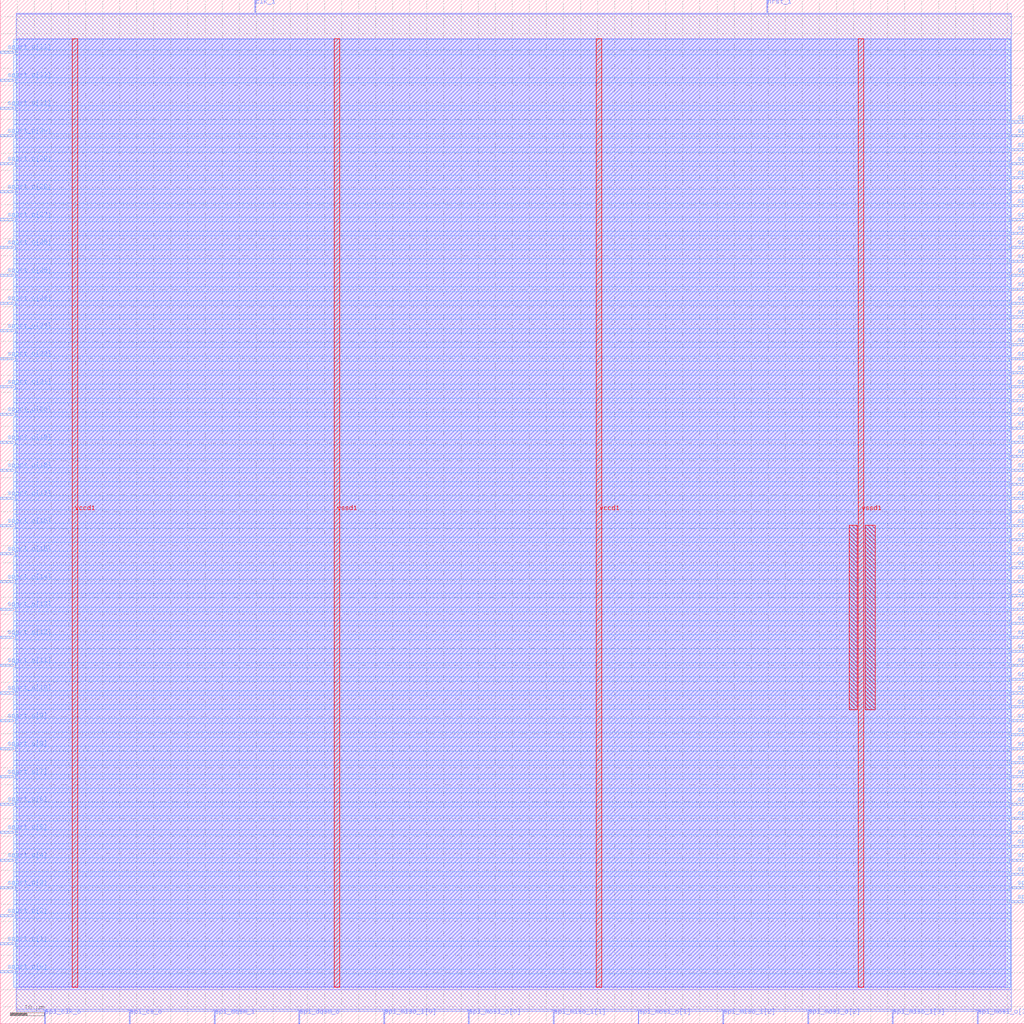
<source format=lef>
VERSION 5.7 ;
  NOWIREEXTENSIONATPIN ON ;
  DIVIDERCHAR "/" ;
  BUSBITCHARS "[]" ;
MACRO spi_mem_m
  CLASS BLOCK ;
  FOREIGN spi_mem_m ;
  ORIGIN 0.000 0.000 ;
  SIZE 300.000 BY 300.000 ;
  PIN clk_i
    DIRECTION INPUT ;
    USE SIGNAL ;
    ANTENNAGATEAREA 0.852000 ;
    PORT
      LAYER met2 ;
        RECT 74.610 296.000 74.890 300.000 ;
    END
  END clk_i
  PIN nrst_i
    DIRECTION INPUT ;
    USE SIGNAL ;
    ANTENNAGATEAREA 0.426000 ;
    PORT
      LAYER met2 ;
        RECT 224.570 296.000 224.850 300.000 ;
    END
  END nrst_i
  PIN spi_clk_o
    DIRECTION OUTPUT TRISTATE ;
    USE SIGNAL ;
    ANTENNADIFFAREA 2.673000 ;
    PORT
      LAYER met2 ;
        RECT 12.970 0.000 13.250 4.000 ;
    END
  END spi_clk_o
  PIN spi_cs_o
    DIRECTION OUTPUT TRISTATE ;
    USE SIGNAL ;
    ANTENNADIFFAREA 2.673000 ;
    PORT
      LAYER met2 ;
        RECT 37.810 0.000 38.090 4.000 ;
    END
  END spi_cs_o
  PIN spi_dqsm_i
    DIRECTION INPUT ;
    USE SIGNAL ;
    ANTENNAGATEAREA 0.159000 ;
    PORT
      LAYER met2 ;
        RECT 62.650 0.000 62.930 4.000 ;
    END
  END spi_dqsm_i
  PIN spi_dqsm_o
    DIRECTION OUTPUT TRISTATE ;
    USE SIGNAL ;
    PORT
      LAYER met2 ;
        RECT 87.490 0.000 87.770 4.000 ;
    END
  END spi_dqsm_o
  PIN spi_miso_i[0]
    DIRECTION INPUT ;
    USE SIGNAL ;
    ANTENNAGATEAREA 0.126000 ;
    PORT
      LAYER met2 ;
        RECT 112.330 0.000 112.610 4.000 ;
    END
  END spi_miso_i[0]
  PIN spi_miso_i[1]
    DIRECTION INPUT ;
    USE SIGNAL ;
    ANTENNAGATEAREA 0.213000 ;
    PORT
      LAYER met2 ;
        RECT 162.010 0.000 162.290 4.000 ;
    END
  END spi_miso_i[1]
  PIN spi_miso_i[2]
    DIRECTION INPUT ;
    USE SIGNAL ;
    ANTENNAGATEAREA 0.159000 ;
    PORT
      LAYER met2 ;
        RECT 211.690 0.000 211.970 4.000 ;
    END
  END spi_miso_i[2]
  PIN spi_miso_i[3]
    DIRECTION INPUT ;
    USE SIGNAL ;
    ANTENNAGATEAREA 0.159000 ;
    PORT
      LAYER met2 ;
        RECT 261.370 0.000 261.650 4.000 ;
    END
  END spi_miso_i[3]
  PIN spi_mosi_o[0]
    DIRECTION OUTPUT TRISTATE ;
    USE SIGNAL ;
    ANTENNADIFFAREA 2.673000 ;
    PORT
      LAYER met2 ;
        RECT 137.170 0.000 137.450 4.000 ;
    END
  END spi_mosi_o[0]
  PIN spi_mosi_o[1]
    DIRECTION OUTPUT TRISTATE ;
    USE SIGNAL ;
    ANTENNADIFFAREA 2.673000 ;
    PORT
      LAYER met2 ;
        RECT 186.850 0.000 187.130 4.000 ;
    END
  END spi_mosi_o[1]
  PIN spi_mosi_o[2]
    DIRECTION OUTPUT TRISTATE ;
    USE SIGNAL ;
    ANTENNADIFFAREA 2.673000 ;
    PORT
      LAYER met2 ;
        RECT 236.530 0.000 236.810 4.000 ;
    END
  END spi_mosi_o[2]
  PIN spi_mosi_o[3]
    DIRECTION OUTPUT TRISTATE ;
    USE SIGNAL ;
    ANTENNADIFFAREA 2.673000 ;
    PORT
      LAYER met2 ;
        RECT 286.210 0.000 286.490 4.000 ;
    END
  END spi_mosi_o[3]
  PIN sport_i[0]
    DIRECTION INPUT ;
    USE SIGNAL ;
    ANTENNAGATEAREA 0.196500 ;
    PORT
      LAYER met3 ;
        RECT 296.000 35.400 300.000 36.000 ;
    END
  END sport_i[0]
  PIN sport_i[10]
    DIRECTION INPUT ;
    USE SIGNAL ;
    ANTENNAGATEAREA 0.196500 ;
    PORT
      LAYER met3 ;
        RECT 296.000 76.200 300.000 76.800 ;
    END
  END sport_i[10]
  PIN sport_i[11]
    DIRECTION INPUT ;
    USE SIGNAL ;
    ANTENNAGATEAREA 0.196500 ;
    PORT
      LAYER met3 ;
        RECT 296.000 80.280 300.000 80.880 ;
    END
  END sport_i[11]
  PIN sport_i[12]
    DIRECTION INPUT ;
    USE SIGNAL ;
    ANTENNAGATEAREA 0.196500 ;
    PORT
      LAYER met3 ;
        RECT 296.000 84.360 300.000 84.960 ;
    END
  END sport_i[12]
  PIN sport_i[13]
    DIRECTION INPUT ;
    USE SIGNAL ;
    ANTENNAGATEAREA 0.196500 ;
    PORT
      LAYER met3 ;
        RECT 296.000 88.440 300.000 89.040 ;
    END
  END sport_i[13]
  PIN sport_i[14]
    DIRECTION INPUT ;
    USE SIGNAL ;
    ANTENNAGATEAREA 0.196500 ;
    PORT
      LAYER met3 ;
        RECT 296.000 92.520 300.000 93.120 ;
    END
  END sport_i[14]
  PIN sport_i[15]
    DIRECTION INPUT ;
    USE SIGNAL ;
    ANTENNAGATEAREA 0.196500 ;
    PORT
      LAYER met3 ;
        RECT 296.000 96.600 300.000 97.200 ;
    END
  END sport_i[15]
  PIN sport_i[16]
    DIRECTION INPUT ;
    USE SIGNAL ;
    ANTENNAGATEAREA 0.196500 ;
    PORT
      LAYER met3 ;
        RECT 296.000 100.680 300.000 101.280 ;
    END
  END sport_i[16]
  PIN sport_i[17]
    DIRECTION INPUT ;
    USE SIGNAL ;
    ANTENNAGATEAREA 0.196500 ;
    PORT
      LAYER met3 ;
        RECT 296.000 104.760 300.000 105.360 ;
    END
  END sport_i[17]
  PIN sport_i[18]
    DIRECTION INPUT ;
    USE SIGNAL ;
    ANTENNAGATEAREA 0.196500 ;
    PORT
      LAYER met3 ;
        RECT 296.000 108.840 300.000 109.440 ;
    END
  END sport_i[18]
  PIN sport_i[19]
    DIRECTION INPUT ;
    USE SIGNAL ;
    ANTENNAGATEAREA 0.196500 ;
    PORT
      LAYER met3 ;
        RECT 296.000 112.920 300.000 113.520 ;
    END
  END sport_i[19]
  PIN sport_i[1]
    DIRECTION INPUT ;
    USE SIGNAL ;
    ANTENNAGATEAREA 0.196500 ;
    PORT
      LAYER met3 ;
        RECT 296.000 39.480 300.000 40.080 ;
    END
  END sport_i[1]
  PIN sport_i[20]
    DIRECTION INPUT ;
    USE SIGNAL ;
    ANTENNAGATEAREA 0.196500 ;
    PORT
      LAYER met3 ;
        RECT 296.000 117.000 300.000 117.600 ;
    END
  END sport_i[20]
  PIN sport_i[21]
    DIRECTION INPUT ;
    USE SIGNAL ;
    ANTENNAGATEAREA 0.196500 ;
    PORT
      LAYER met3 ;
        RECT 296.000 121.080 300.000 121.680 ;
    END
  END sport_i[21]
  PIN sport_i[22]
    DIRECTION INPUT ;
    USE SIGNAL ;
    ANTENNAGATEAREA 0.196500 ;
    PORT
      LAYER met3 ;
        RECT 296.000 125.160 300.000 125.760 ;
    END
  END sport_i[22]
  PIN sport_i[23]
    DIRECTION INPUT ;
    USE SIGNAL ;
    ANTENNAGATEAREA 0.196500 ;
    PORT
      LAYER met3 ;
        RECT 296.000 129.240 300.000 129.840 ;
    END
  END sport_i[23]
  PIN sport_i[24]
    DIRECTION INPUT ;
    USE SIGNAL ;
    ANTENNAGATEAREA 0.196500 ;
    PORT
      LAYER met3 ;
        RECT 296.000 133.320 300.000 133.920 ;
    END
  END sport_i[24]
  PIN sport_i[25]
    DIRECTION INPUT ;
    USE SIGNAL ;
    ANTENNAGATEAREA 0.196500 ;
    PORT
      LAYER met3 ;
        RECT 296.000 137.400 300.000 138.000 ;
    END
  END sport_i[25]
  PIN sport_i[26]
    DIRECTION INPUT ;
    USE SIGNAL ;
    ANTENNAGATEAREA 0.196500 ;
    PORT
      LAYER met3 ;
        RECT 296.000 141.480 300.000 142.080 ;
    END
  END sport_i[26]
  PIN sport_i[27]
    DIRECTION INPUT ;
    USE SIGNAL ;
    ANTENNAGATEAREA 0.196500 ;
    PORT
      LAYER met3 ;
        RECT 296.000 145.560 300.000 146.160 ;
    END
  END sport_i[27]
  PIN sport_i[28]
    DIRECTION INPUT ;
    USE SIGNAL ;
    ANTENNAGATEAREA 0.196500 ;
    PORT
      LAYER met3 ;
        RECT 296.000 149.640 300.000 150.240 ;
    END
  END sport_i[28]
  PIN sport_i[29]
    DIRECTION INPUT ;
    USE SIGNAL ;
    ANTENNAGATEAREA 0.196500 ;
    PORT
      LAYER met3 ;
        RECT 296.000 153.720 300.000 154.320 ;
    END
  END sport_i[29]
  PIN sport_i[2]
    DIRECTION INPUT ;
    USE SIGNAL ;
    ANTENNAGATEAREA 0.196500 ;
    PORT
      LAYER met3 ;
        RECT 296.000 43.560 300.000 44.160 ;
    END
  END sport_i[2]
  PIN sport_i[30]
    DIRECTION INPUT ;
    USE SIGNAL ;
    ANTENNAGATEAREA 0.196500 ;
    PORT
      LAYER met3 ;
        RECT 296.000 157.800 300.000 158.400 ;
    END
  END sport_i[30]
  PIN sport_i[31]
    DIRECTION INPUT ;
    USE SIGNAL ;
    ANTENNAGATEAREA 0.196500 ;
    PORT
      LAYER met3 ;
        RECT 296.000 161.880 300.000 162.480 ;
    END
  END sport_i[31]
  PIN sport_i[32]
    DIRECTION INPUT ;
    USE SIGNAL ;
    ANTENNAGATEAREA 0.196500 ;
    PORT
      LAYER met3 ;
        RECT 296.000 165.960 300.000 166.560 ;
    END
  END sport_i[32]
  PIN sport_i[33]
    DIRECTION INPUT ;
    USE SIGNAL ;
    ANTENNAGATEAREA 0.196500 ;
    PORT
      LAYER met3 ;
        RECT 296.000 170.040 300.000 170.640 ;
    END
  END sport_i[33]
  PIN sport_i[34]
    DIRECTION INPUT ;
    USE SIGNAL ;
    ANTENNAGATEAREA 0.196500 ;
    PORT
      LAYER met3 ;
        RECT 296.000 174.120 300.000 174.720 ;
    END
  END sport_i[34]
  PIN sport_i[35]
    DIRECTION INPUT ;
    USE SIGNAL ;
    ANTENNAGATEAREA 0.196500 ;
    PORT
      LAYER met3 ;
        RECT 296.000 178.200 300.000 178.800 ;
    END
  END sport_i[35]
  PIN sport_i[36]
    DIRECTION INPUT ;
    USE SIGNAL ;
    ANTENNAGATEAREA 0.196500 ;
    PORT
      LAYER met3 ;
        RECT 296.000 182.280 300.000 182.880 ;
    END
  END sport_i[36]
  PIN sport_i[37]
    DIRECTION INPUT ;
    USE SIGNAL ;
    ANTENNAGATEAREA 0.196500 ;
    PORT
      LAYER met3 ;
        RECT 296.000 186.360 300.000 186.960 ;
    END
  END sport_i[37]
  PIN sport_i[38]
    DIRECTION INPUT ;
    USE SIGNAL ;
    ANTENNAGATEAREA 0.196500 ;
    PORT
      LAYER met3 ;
        RECT 296.000 190.440 300.000 191.040 ;
    END
  END sport_i[38]
  PIN sport_i[39]
    DIRECTION INPUT ;
    USE SIGNAL ;
    ANTENNAGATEAREA 0.196500 ;
    PORT
      LAYER met3 ;
        RECT 296.000 194.520 300.000 195.120 ;
    END
  END sport_i[39]
  PIN sport_i[3]
    DIRECTION INPUT ;
    USE SIGNAL ;
    ANTENNAGATEAREA 0.196500 ;
    PORT
      LAYER met3 ;
        RECT 296.000 47.640 300.000 48.240 ;
    END
  END sport_i[3]
  PIN sport_i[40]
    DIRECTION INPUT ;
    USE SIGNAL ;
    ANTENNAGATEAREA 0.196500 ;
    PORT
      LAYER met3 ;
        RECT 296.000 198.600 300.000 199.200 ;
    END
  END sport_i[40]
  PIN sport_i[41]
    DIRECTION INPUT ;
    USE SIGNAL ;
    ANTENNAGATEAREA 0.196500 ;
    PORT
      LAYER met3 ;
        RECT 296.000 202.680 300.000 203.280 ;
    END
  END sport_i[41]
  PIN sport_i[42]
    DIRECTION INPUT ;
    USE SIGNAL ;
    ANTENNAGATEAREA 0.196500 ;
    PORT
      LAYER met3 ;
        RECT 296.000 206.760 300.000 207.360 ;
    END
  END sport_i[42]
  PIN sport_i[43]
    DIRECTION INPUT ;
    USE SIGNAL ;
    ANTENNAGATEAREA 0.196500 ;
    PORT
      LAYER met3 ;
        RECT 296.000 210.840 300.000 211.440 ;
    END
  END sport_i[43]
  PIN sport_i[44]
    DIRECTION INPUT ;
    USE SIGNAL ;
    ANTENNAGATEAREA 0.196500 ;
    PORT
      LAYER met3 ;
        RECT 296.000 214.920 300.000 215.520 ;
    END
  END sport_i[44]
  PIN sport_i[45]
    DIRECTION INPUT ;
    USE SIGNAL ;
    ANTENNAGATEAREA 0.196500 ;
    PORT
      LAYER met3 ;
        RECT 296.000 219.000 300.000 219.600 ;
    END
  END sport_i[45]
  PIN sport_i[46]
    DIRECTION INPUT ;
    USE SIGNAL ;
    ANTENNAGATEAREA 0.196500 ;
    PORT
      LAYER met3 ;
        RECT 296.000 223.080 300.000 223.680 ;
    END
  END sport_i[46]
  PIN sport_i[47]
    DIRECTION INPUT ;
    USE SIGNAL ;
    ANTENNAGATEAREA 0.196500 ;
    PORT
      LAYER met3 ;
        RECT 296.000 227.160 300.000 227.760 ;
    END
  END sport_i[47]
  PIN sport_i[48]
    DIRECTION INPUT ;
    USE SIGNAL ;
    ANTENNAGATEAREA 0.196500 ;
    PORT
      LAYER met3 ;
        RECT 296.000 231.240 300.000 231.840 ;
    END
  END sport_i[48]
  PIN sport_i[49]
    DIRECTION INPUT ;
    USE SIGNAL ;
    ANTENNAGATEAREA 0.196500 ;
    PORT
      LAYER met3 ;
        RECT 296.000 235.320 300.000 235.920 ;
    END
  END sport_i[49]
  PIN sport_i[4]
    DIRECTION INPUT ;
    USE SIGNAL ;
    ANTENNAGATEAREA 0.196500 ;
    PORT
      LAYER met3 ;
        RECT 296.000 51.720 300.000 52.320 ;
    END
  END sport_i[4]
  PIN sport_i[50]
    DIRECTION INPUT ;
    USE SIGNAL ;
    ANTENNAGATEAREA 0.196500 ;
    PORT
      LAYER met3 ;
        RECT 296.000 239.400 300.000 240.000 ;
    END
  END sport_i[50]
  PIN sport_i[51]
    DIRECTION INPUT ;
    USE SIGNAL ;
    ANTENNAGATEAREA 0.196500 ;
    PORT
      LAYER met3 ;
        RECT 296.000 243.480 300.000 244.080 ;
    END
  END sport_i[51]
  PIN sport_i[52]
    DIRECTION INPUT ;
    USE SIGNAL ;
    ANTENNAGATEAREA 0.213000 ;
    PORT
      LAYER met3 ;
        RECT 296.000 247.560 300.000 248.160 ;
    END
  END sport_i[52]
  PIN sport_i[53]
    DIRECTION INPUT ;
    USE SIGNAL ;
    PORT
      LAYER met3 ;
        RECT 296.000 251.640 300.000 252.240 ;
    END
  END sport_i[53]
  PIN sport_i[54]
    DIRECTION INPUT ;
    USE SIGNAL ;
    ANTENNAGATEAREA 0.213000 ;
    PORT
      LAYER met3 ;
        RECT 296.000 255.720 300.000 256.320 ;
    END
  END sport_i[54]
  PIN sport_i[55]
    DIRECTION INPUT ;
    USE SIGNAL ;
    ANTENNAGATEAREA 0.213000 ;
    PORT
      LAYER met3 ;
        RECT 296.000 259.800 300.000 260.400 ;
    END
  END sport_i[55]
  PIN sport_i[56]
    DIRECTION INPUT ;
    USE SIGNAL ;
    ANTENNAGATEAREA 0.159000 ;
    PORT
      LAYER met3 ;
        RECT 296.000 263.880 300.000 264.480 ;
    END
  END sport_i[56]
  PIN sport_i[5]
    DIRECTION INPUT ;
    USE SIGNAL ;
    ANTENNAGATEAREA 0.196500 ;
    PORT
      LAYER met3 ;
        RECT 296.000 55.800 300.000 56.400 ;
    END
  END sport_i[5]
  PIN sport_i[6]
    DIRECTION INPUT ;
    USE SIGNAL ;
    ANTENNAGATEAREA 0.196500 ;
    PORT
      LAYER met3 ;
        RECT 296.000 59.880 300.000 60.480 ;
    END
  END sport_i[6]
  PIN sport_i[7]
    DIRECTION INPUT ;
    USE SIGNAL ;
    ANTENNAGATEAREA 0.196500 ;
    PORT
      LAYER met3 ;
        RECT 296.000 63.960 300.000 64.560 ;
    END
  END sport_i[7]
  PIN sport_i[8]
    DIRECTION INPUT ;
    USE SIGNAL ;
    ANTENNAGATEAREA 0.196500 ;
    PORT
      LAYER met3 ;
        RECT 296.000 68.040 300.000 68.640 ;
    END
  END sport_i[8]
  PIN sport_i[9]
    DIRECTION INPUT ;
    USE SIGNAL ;
    ANTENNAGATEAREA 0.196500 ;
    PORT
      LAYER met3 ;
        RECT 296.000 72.120 300.000 72.720 ;
    END
  END sport_i[9]
  PIN sport_o[0]
    DIRECTION OUTPUT TRISTATE ;
    USE SIGNAL ;
    ANTENNADIFFAREA 2.673000 ;
    PORT
      LAYER met3 ;
        RECT 0.000 15.000 4.000 15.600 ;
    END
  END sport_o[0]
  PIN sport_o[10]
    DIRECTION OUTPUT TRISTATE ;
    USE SIGNAL ;
    ANTENNADIFFAREA 2.673000 ;
    PORT
      LAYER met3 ;
        RECT 0.000 96.600 4.000 97.200 ;
    END
  END sport_o[10]
  PIN sport_o[11]
    DIRECTION OUTPUT TRISTATE ;
    USE SIGNAL ;
    ANTENNADIFFAREA 2.673000 ;
    PORT
      LAYER met3 ;
        RECT 0.000 104.760 4.000 105.360 ;
    END
  END sport_o[11]
  PIN sport_o[12]
    DIRECTION OUTPUT TRISTATE ;
    USE SIGNAL ;
    ANTENNADIFFAREA 2.673000 ;
    PORT
      LAYER met3 ;
        RECT 0.000 112.920 4.000 113.520 ;
    END
  END sport_o[12]
  PIN sport_o[13]
    DIRECTION OUTPUT TRISTATE ;
    USE SIGNAL ;
    ANTENNADIFFAREA 2.673000 ;
    PORT
      LAYER met3 ;
        RECT 0.000 121.080 4.000 121.680 ;
    END
  END sport_o[13]
  PIN sport_o[14]
    DIRECTION OUTPUT TRISTATE ;
    USE SIGNAL ;
    ANTENNADIFFAREA 2.673000 ;
    PORT
      LAYER met3 ;
        RECT 0.000 129.240 4.000 129.840 ;
    END
  END sport_o[14]
  PIN sport_o[15]
    DIRECTION OUTPUT TRISTATE ;
    USE SIGNAL ;
    ANTENNADIFFAREA 2.673000 ;
    PORT
      LAYER met3 ;
        RECT 0.000 137.400 4.000 138.000 ;
    END
  END sport_o[15]
  PIN sport_o[16]
    DIRECTION OUTPUT TRISTATE ;
    USE SIGNAL ;
    ANTENNADIFFAREA 2.673000 ;
    PORT
      LAYER met3 ;
        RECT 0.000 145.560 4.000 146.160 ;
    END
  END sport_o[16]
  PIN sport_o[17]
    DIRECTION OUTPUT TRISTATE ;
    USE SIGNAL ;
    ANTENNADIFFAREA 2.673000 ;
    PORT
      LAYER met3 ;
        RECT 0.000 153.720 4.000 154.320 ;
    END
  END sport_o[17]
  PIN sport_o[18]
    DIRECTION OUTPUT TRISTATE ;
    USE SIGNAL ;
    ANTENNADIFFAREA 2.673000 ;
    PORT
      LAYER met3 ;
        RECT 0.000 161.880 4.000 162.480 ;
    END
  END sport_o[18]
  PIN sport_o[19]
    DIRECTION OUTPUT TRISTATE ;
    USE SIGNAL ;
    ANTENNADIFFAREA 2.673000 ;
    PORT
      LAYER met3 ;
        RECT 0.000 170.040 4.000 170.640 ;
    END
  END sport_o[19]
  PIN sport_o[1]
    DIRECTION OUTPUT TRISTATE ;
    USE SIGNAL ;
    ANTENNADIFFAREA 2.673000 ;
    PORT
      LAYER met3 ;
        RECT 0.000 23.160 4.000 23.760 ;
    END
  END sport_o[1]
  PIN sport_o[20]
    DIRECTION OUTPUT TRISTATE ;
    USE SIGNAL ;
    ANTENNADIFFAREA 2.673000 ;
    PORT
      LAYER met3 ;
        RECT 0.000 178.200 4.000 178.800 ;
    END
  END sport_o[20]
  PIN sport_o[21]
    DIRECTION OUTPUT TRISTATE ;
    USE SIGNAL ;
    ANTENNADIFFAREA 2.673000 ;
    PORT
      LAYER met3 ;
        RECT 0.000 186.360 4.000 186.960 ;
    END
  END sport_o[21]
  PIN sport_o[22]
    DIRECTION OUTPUT TRISTATE ;
    USE SIGNAL ;
    ANTENNADIFFAREA 2.673000 ;
    PORT
      LAYER met3 ;
        RECT 0.000 194.520 4.000 195.120 ;
    END
  END sport_o[22]
  PIN sport_o[23]
    DIRECTION OUTPUT TRISTATE ;
    USE SIGNAL ;
    ANTENNADIFFAREA 2.673000 ;
    PORT
      LAYER met3 ;
        RECT 0.000 202.680 4.000 203.280 ;
    END
  END sport_o[23]
  PIN sport_o[24]
    DIRECTION OUTPUT TRISTATE ;
    USE SIGNAL ;
    ANTENNADIFFAREA 2.673000 ;
    PORT
      LAYER met3 ;
        RECT 0.000 210.840 4.000 211.440 ;
    END
  END sport_o[24]
  PIN sport_o[25]
    DIRECTION OUTPUT TRISTATE ;
    USE SIGNAL ;
    ANTENNADIFFAREA 2.673000 ;
    PORT
      LAYER met3 ;
        RECT 0.000 219.000 4.000 219.600 ;
    END
  END sport_o[25]
  PIN sport_o[26]
    DIRECTION OUTPUT TRISTATE ;
    USE SIGNAL ;
    ANTENNADIFFAREA 2.673000 ;
    PORT
      LAYER met3 ;
        RECT 0.000 227.160 4.000 227.760 ;
    END
  END sport_o[26]
  PIN sport_o[27]
    DIRECTION OUTPUT TRISTATE ;
    USE SIGNAL ;
    ANTENNADIFFAREA 2.673000 ;
    PORT
      LAYER met3 ;
        RECT 0.000 235.320 4.000 235.920 ;
    END
  END sport_o[27]
  PIN sport_o[28]
    DIRECTION OUTPUT TRISTATE ;
    USE SIGNAL ;
    ANTENNADIFFAREA 2.673000 ;
    PORT
      LAYER met3 ;
        RECT 0.000 243.480 4.000 244.080 ;
    END
  END sport_o[28]
  PIN sport_o[29]
    DIRECTION OUTPUT TRISTATE ;
    USE SIGNAL ;
    ANTENNADIFFAREA 2.673000 ;
    PORT
      LAYER met3 ;
        RECT 0.000 251.640 4.000 252.240 ;
    END
  END sport_o[29]
  PIN sport_o[2]
    DIRECTION OUTPUT TRISTATE ;
    USE SIGNAL ;
    ANTENNADIFFAREA 2.673000 ;
    PORT
      LAYER met3 ;
        RECT 0.000 31.320 4.000 31.920 ;
    END
  END sport_o[2]
  PIN sport_o[30]
    DIRECTION OUTPUT TRISTATE ;
    USE SIGNAL ;
    ANTENNADIFFAREA 2.673000 ;
    PORT
      LAYER met3 ;
        RECT 0.000 259.800 4.000 260.400 ;
    END
  END sport_o[30]
  PIN sport_o[31]
    DIRECTION OUTPUT TRISTATE ;
    USE SIGNAL ;
    ANTENNADIFFAREA 2.673000 ;
    PORT
      LAYER met3 ;
        RECT 0.000 267.960 4.000 268.560 ;
    END
  END sport_o[31]
  PIN sport_o[32]
    DIRECTION OUTPUT TRISTATE ;
    USE SIGNAL ;
    ANTENNADIFFAREA 2.673000 ;
    PORT
      LAYER met3 ;
        RECT 0.000 276.120 4.000 276.720 ;
    END
  END sport_o[32]
  PIN sport_o[33]
    DIRECTION OUTPUT TRISTATE ;
    USE SIGNAL ;
    ANTENNADIFFAREA 2.673000 ;
    PORT
      LAYER met3 ;
        RECT 0.000 284.280 4.000 284.880 ;
    END
  END sport_o[33]
  PIN sport_o[3]
    DIRECTION OUTPUT TRISTATE ;
    USE SIGNAL ;
    ANTENNADIFFAREA 2.673000 ;
    PORT
      LAYER met3 ;
        RECT 0.000 39.480 4.000 40.080 ;
    END
  END sport_o[3]
  PIN sport_o[4]
    DIRECTION OUTPUT TRISTATE ;
    USE SIGNAL ;
    ANTENNADIFFAREA 2.673000 ;
    PORT
      LAYER met3 ;
        RECT 0.000 47.640 4.000 48.240 ;
    END
  END sport_o[4]
  PIN sport_o[5]
    DIRECTION OUTPUT TRISTATE ;
    USE SIGNAL ;
    ANTENNADIFFAREA 2.673000 ;
    PORT
      LAYER met3 ;
        RECT 0.000 55.800 4.000 56.400 ;
    END
  END sport_o[5]
  PIN sport_o[6]
    DIRECTION OUTPUT TRISTATE ;
    USE SIGNAL ;
    ANTENNADIFFAREA 2.673000 ;
    PORT
      LAYER met3 ;
        RECT 0.000 63.960 4.000 64.560 ;
    END
  END sport_o[6]
  PIN sport_o[7]
    DIRECTION OUTPUT TRISTATE ;
    USE SIGNAL ;
    ANTENNADIFFAREA 2.673000 ;
    PORT
      LAYER met3 ;
        RECT 0.000 72.120 4.000 72.720 ;
    END
  END sport_o[7]
  PIN sport_o[8]
    DIRECTION OUTPUT TRISTATE ;
    USE SIGNAL ;
    ANTENNADIFFAREA 2.673000 ;
    PORT
      LAYER met3 ;
        RECT 0.000 80.280 4.000 80.880 ;
    END
  END sport_o[8]
  PIN sport_o[9]
    DIRECTION OUTPUT TRISTATE ;
    USE SIGNAL ;
    ANTENNADIFFAREA 2.673000 ;
    PORT
      LAYER met3 ;
        RECT 0.000 88.440 4.000 89.040 ;
    END
  END sport_o[9]
  PIN vccd1
    DIRECTION INOUT ;
    USE POWER ;
    PORT
      LAYER met4 ;
        RECT 21.040 10.640 22.640 288.560 ;
    END
    PORT
      LAYER met4 ;
        RECT 174.640 10.640 176.240 288.560 ;
    END
  END vccd1
  PIN vssd1
    DIRECTION INOUT ;
    USE GROUND ;
    PORT
      LAYER met4 ;
        RECT 97.840 10.640 99.440 288.560 ;
    END
    PORT
      LAYER met4 ;
        RECT 251.440 10.640 253.040 288.560 ;
    END
  END vssd1
  OBS
      LAYER li1 ;
        RECT 5.520 10.795 294.400 288.405 ;
      LAYER met1 ;
        RECT 4.670 9.900 296.170 288.560 ;
      LAYER met2 ;
        RECT 4.690 295.720 74.330 296.000 ;
        RECT 75.170 295.720 224.290 296.000 ;
        RECT 225.130 295.720 296.140 296.000 ;
        RECT 4.690 4.280 296.140 295.720 ;
        RECT 4.690 3.670 12.690 4.280 ;
        RECT 13.530 3.670 37.530 4.280 ;
        RECT 38.370 3.670 62.370 4.280 ;
        RECT 63.210 3.670 87.210 4.280 ;
        RECT 88.050 3.670 112.050 4.280 ;
        RECT 112.890 3.670 136.890 4.280 ;
        RECT 137.730 3.670 161.730 4.280 ;
        RECT 162.570 3.670 186.570 4.280 ;
        RECT 187.410 3.670 211.410 4.280 ;
        RECT 212.250 3.670 236.250 4.280 ;
        RECT 237.090 3.670 261.090 4.280 ;
        RECT 261.930 3.670 285.930 4.280 ;
        RECT 286.770 3.670 296.140 4.280 ;
      LAYER met3 ;
        RECT 3.990 285.280 296.000 288.485 ;
        RECT 4.400 283.880 296.000 285.280 ;
        RECT 3.990 277.120 296.000 283.880 ;
        RECT 4.400 275.720 296.000 277.120 ;
        RECT 3.990 268.960 296.000 275.720 ;
        RECT 4.400 267.560 296.000 268.960 ;
        RECT 3.990 264.880 296.000 267.560 ;
        RECT 3.990 263.480 295.600 264.880 ;
        RECT 3.990 260.800 296.000 263.480 ;
        RECT 4.400 259.400 295.600 260.800 ;
        RECT 3.990 256.720 296.000 259.400 ;
        RECT 3.990 255.320 295.600 256.720 ;
        RECT 3.990 252.640 296.000 255.320 ;
        RECT 4.400 251.240 295.600 252.640 ;
        RECT 3.990 248.560 296.000 251.240 ;
        RECT 3.990 247.160 295.600 248.560 ;
        RECT 3.990 244.480 296.000 247.160 ;
        RECT 4.400 243.080 295.600 244.480 ;
        RECT 3.990 240.400 296.000 243.080 ;
        RECT 3.990 239.000 295.600 240.400 ;
        RECT 3.990 236.320 296.000 239.000 ;
        RECT 4.400 234.920 295.600 236.320 ;
        RECT 3.990 232.240 296.000 234.920 ;
        RECT 3.990 230.840 295.600 232.240 ;
        RECT 3.990 228.160 296.000 230.840 ;
        RECT 4.400 226.760 295.600 228.160 ;
        RECT 3.990 224.080 296.000 226.760 ;
        RECT 3.990 222.680 295.600 224.080 ;
        RECT 3.990 220.000 296.000 222.680 ;
        RECT 4.400 218.600 295.600 220.000 ;
        RECT 3.990 215.920 296.000 218.600 ;
        RECT 3.990 214.520 295.600 215.920 ;
        RECT 3.990 211.840 296.000 214.520 ;
        RECT 4.400 210.440 295.600 211.840 ;
        RECT 3.990 207.760 296.000 210.440 ;
        RECT 3.990 206.360 295.600 207.760 ;
        RECT 3.990 203.680 296.000 206.360 ;
        RECT 4.400 202.280 295.600 203.680 ;
        RECT 3.990 199.600 296.000 202.280 ;
        RECT 3.990 198.200 295.600 199.600 ;
        RECT 3.990 195.520 296.000 198.200 ;
        RECT 4.400 194.120 295.600 195.520 ;
        RECT 3.990 191.440 296.000 194.120 ;
        RECT 3.990 190.040 295.600 191.440 ;
        RECT 3.990 187.360 296.000 190.040 ;
        RECT 4.400 185.960 295.600 187.360 ;
        RECT 3.990 183.280 296.000 185.960 ;
        RECT 3.990 181.880 295.600 183.280 ;
        RECT 3.990 179.200 296.000 181.880 ;
        RECT 4.400 177.800 295.600 179.200 ;
        RECT 3.990 175.120 296.000 177.800 ;
        RECT 3.990 173.720 295.600 175.120 ;
        RECT 3.990 171.040 296.000 173.720 ;
        RECT 4.400 169.640 295.600 171.040 ;
        RECT 3.990 166.960 296.000 169.640 ;
        RECT 3.990 165.560 295.600 166.960 ;
        RECT 3.990 162.880 296.000 165.560 ;
        RECT 4.400 161.480 295.600 162.880 ;
        RECT 3.990 158.800 296.000 161.480 ;
        RECT 3.990 157.400 295.600 158.800 ;
        RECT 3.990 154.720 296.000 157.400 ;
        RECT 4.400 153.320 295.600 154.720 ;
        RECT 3.990 150.640 296.000 153.320 ;
        RECT 3.990 149.240 295.600 150.640 ;
        RECT 3.990 146.560 296.000 149.240 ;
        RECT 4.400 145.160 295.600 146.560 ;
        RECT 3.990 142.480 296.000 145.160 ;
        RECT 3.990 141.080 295.600 142.480 ;
        RECT 3.990 138.400 296.000 141.080 ;
        RECT 4.400 137.000 295.600 138.400 ;
        RECT 3.990 134.320 296.000 137.000 ;
        RECT 3.990 132.920 295.600 134.320 ;
        RECT 3.990 130.240 296.000 132.920 ;
        RECT 4.400 128.840 295.600 130.240 ;
        RECT 3.990 126.160 296.000 128.840 ;
        RECT 3.990 124.760 295.600 126.160 ;
        RECT 3.990 122.080 296.000 124.760 ;
        RECT 4.400 120.680 295.600 122.080 ;
        RECT 3.990 118.000 296.000 120.680 ;
        RECT 3.990 116.600 295.600 118.000 ;
        RECT 3.990 113.920 296.000 116.600 ;
        RECT 4.400 112.520 295.600 113.920 ;
        RECT 3.990 109.840 296.000 112.520 ;
        RECT 3.990 108.440 295.600 109.840 ;
        RECT 3.990 105.760 296.000 108.440 ;
        RECT 4.400 104.360 295.600 105.760 ;
        RECT 3.990 101.680 296.000 104.360 ;
        RECT 3.990 100.280 295.600 101.680 ;
        RECT 3.990 97.600 296.000 100.280 ;
        RECT 4.400 96.200 295.600 97.600 ;
        RECT 3.990 93.520 296.000 96.200 ;
        RECT 3.990 92.120 295.600 93.520 ;
        RECT 3.990 89.440 296.000 92.120 ;
        RECT 4.400 88.040 295.600 89.440 ;
        RECT 3.990 85.360 296.000 88.040 ;
        RECT 3.990 83.960 295.600 85.360 ;
        RECT 3.990 81.280 296.000 83.960 ;
        RECT 4.400 79.880 295.600 81.280 ;
        RECT 3.990 77.200 296.000 79.880 ;
        RECT 3.990 75.800 295.600 77.200 ;
        RECT 3.990 73.120 296.000 75.800 ;
        RECT 4.400 71.720 295.600 73.120 ;
        RECT 3.990 69.040 296.000 71.720 ;
        RECT 3.990 67.640 295.600 69.040 ;
        RECT 3.990 64.960 296.000 67.640 ;
        RECT 4.400 63.560 295.600 64.960 ;
        RECT 3.990 60.880 296.000 63.560 ;
        RECT 3.990 59.480 295.600 60.880 ;
        RECT 3.990 56.800 296.000 59.480 ;
        RECT 4.400 55.400 295.600 56.800 ;
        RECT 3.990 52.720 296.000 55.400 ;
        RECT 3.990 51.320 295.600 52.720 ;
        RECT 3.990 48.640 296.000 51.320 ;
        RECT 4.400 47.240 295.600 48.640 ;
        RECT 3.990 44.560 296.000 47.240 ;
        RECT 3.990 43.160 295.600 44.560 ;
        RECT 3.990 40.480 296.000 43.160 ;
        RECT 4.400 39.080 295.600 40.480 ;
        RECT 3.990 36.400 296.000 39.080 ;
        RECT 3.990 35.000 295.600 36.400 ;
        RECT 3.990 32.320 296.000 35.000 ;
        RECT 4.400 30.920 296.000 32.320 ;
        RECT 3.990 24.160 296.000 30.920 ;
        RECT 4.400 22.760 296.000 24.160 ;
        RECT 3.990 16.000 296.000 22.760 ;
        RECT 4.400 14.600 296.000 16.000 ;
        RECT 3.990 10.715 296.000 14.600 ;
      LAYER met4 ;
        RECT 248.695 91.975 251.040 146.025 ;
        RECT 253.440 91.975 256.385 146.025 ;
  END
END spi_mem_m
END LIBRARY


</source>
